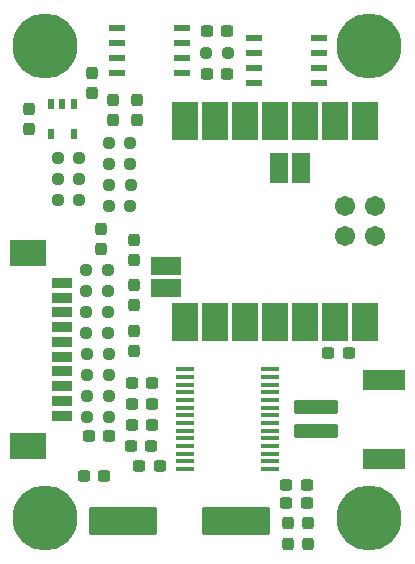
<source format=gbr>
%TF.GenerationSoftware,KiCad,Pcbnew,8.0.8*%
%TF.CreationDate,2025-04-15T16:19:57+05:30*%
%TF.ProjectId,STHDAQ_BX,53544844-4151-45f4-9258-2e6b69636164,rev?*%
%TF.SameCoordinates,Original*%
%TF.FileFunction,Soldermask,Top*%
%TF.FilePolarity,Negative*%
%FSLAX46Y46*%
G04 Gerber Fmt 4.6, Leading zero omitted, Abs format (unit mm)*
G04 Created by KiCad (PCBNEW 8.0.8) date 2025-04-15 16:19:57*
%MOMM*%
%LPD*%
G01*
G04 APERTURE LIST*
G04 Aperture macros list*
%AMRoundRect*
0 Rectangle with rounded corners*
0 $1 Rounding radius*
0 $2 $3 $4 $5 $6 $7 $8 $9 X,Y pos of 4 corners*
0 Add a 4 corners polygon primitive as box body*
4,1,4,$2,$3,$4,$5,$6,$7,$8,$9,$2,$3,0*
0 Add four circle primitives for the rounded corners*
1,1,$1+$1,$2,$3*
1,1,$1+$1,$4,$5*
1,1,$1+$1,$6,$7*
1,1,$1+$1,$8,$9*
0 Add four rect primitives between the rounded corners*
20,1,$1+$1,$2,$3,$4,$5,0*
20,1,$1+$1,$4,$5,$6,$7,0*
20,1,$1+$1,$6,$7,$8,$9,0*
20,1,$1+$1,$8,$9,$2,$3,0*%
G04 Aperture macros list end*
%ADD10R,0.508000X0.946899*%
%ADD11RoundRect,0.237500X0.237500X-0.300000X0.237500X0.300000X-0.237500X0.300000X-0.237500X-0.300000X0*%
%ADD12RoundRect,0.237500X-0.250000X-0.237500X0.250000X-0.237500X0.250000X0.237500X-0.250000X0.237500X0*%
%ADD13RoundRect,0.237500X0.250000X0.237500X-0.250000X0.237500X-0.250000X-0.237500X0.250000X-0.237500X0*%
%ADD14RoundRect,0.237500X-0.300000X-0.237500X0.300000X-0.237500X0.300000X0.237500X-0.300000X0.237500X0*%
%ADD15RoundRect,0.237500X-0.237500X0.300000X-0.237500X-0.300000X0.237500X-0.300000X0.237500X0.300000X0*%
%ADD16RoundRect,0.102000X2.800000X1.050000X-2.800000X1.050000X-2.800000X-1.050000X2.800000X-1.050000X0*%
%ADD17RoundRect,0.237500X0.300000X0.237500X-0.300000X0.237500X-0.300000X-0.237500X0.300000X-0.237500X0*%
%ADD18C,3.600000*%
%ADD19C,5.500000*%
%ADD20RoundRect,0.102000X-1.750000X0.500000X-1.750000X-0.500000X1.750000X-0.500000X1.750000X0.500000X0*%
%ADD21RoundRect,0.102000X-1.700000X0.750000X-1.700000X-0.750000X1.700000X-0.750000X1.700000X0.750000X0*%
%ADD22R,1.454899X0.558000*%
%ADD23R,1.701800X0.812800*%
%ADD24R,3.098800X2.209800*%
%ADD25RoundRect,0.033060X-1.068940X1.568940X-1.068940X-1.568940X1.068940X-1.568940X1.068940X1.568940X0*%
%ADD26RoundRect,0.030080X-0.721920X1.221920X-0.721920X-1.221920X0.721920X-1.221920X0.721920X1.221920X0*%
%ADD27RoundRect,0.030080X-1.221920X0.721920X-1.221920X-0.721920X1.221920X-0.721920X1.221920X0.721920X0*%
%ADD28C,1.704000*%
%ADD29R,1.639799X0.431000*%
G04 APERTURE END LIST*
D10*
%TO.C,U2*%
X176464001Y-89150449D03*
X175514000Y-89150449D03*
X174563999Y-89150449D03*
X174563999Y-91697551D03*
X176464001Y-91697551D03*
%TD*%
D11*
%TO.C,C15*%
X181610000Y-102362000D03*
X181610000Y-100637000D03*
%TD*%
D12*
%TO.C,R13*%
X179427500Y-92456000D03*
X181252500Y-92456000D03*
%TD*%
%TO.C,R8*%
X177631000Y-112104000D03*
X179456000Y-112104000D03*
%TD*%
D13*
%TO.C,R1*%
X189534000Y-84836000D03*
X187709000Y-84836000D03*
%TD*%
D14*
%TO.C,C9*%
X198019500Y-110236000D03*
X199744500Y-110236000D03*
%TD*%
D15*
%TO.C,C1*%
X172702000Y-89547500D03*
X172702000Y-91272500D03*
%TD*%
D16*
%TO.C,Y1*%
X190170000Y-124460000D03*
X180670000Y-124460000D03*
%TD*%
D11*
%TO.C,C7*%
X178054000Y-88238500D03*
X178054000Y-86513500D03*
%TD*%
D17*
%TO.C,C8*%
X183742500Y-119787500D03*
X182017500Y-119787500D03*
%TD*%
D13*
%TO.C,R16*%
X176934500Y-93726000D03*
X175109500Y-93726000D03*
%TD*%
D18*
%TO.C,H2*%
X174000000Y-84200000D03*
D19*
X174000000Y-84200000D03*
%TD*%
D20*
%TO.C,P1*%
X197023000Y-116824000D03*
X197023000Y-114824000D03*
D21*
X202773000Y-119174000D03*
X202773000Y-112474000D03*
%TD*%
D18*
%TO.C,H4*%
X201500000Y-124200000D03*
D19*
X201500000Y-124200000D03*
%TD*%
D18*
%TO.C,H1*%
X201500000Y-84200000D03*
D19*
X201500000Y-84200000D03*
%TD*%
D11*
%TO.C,C3*%
X181864000Y-90524500D03*
X181864000Y-88799500D03*
%TD*%
D22*
%TO.C,U3*%
X185601348Y-86551500D03*
X185601348Y-85281500D03*
X185601348Y-84011500D03*
X185601348Y-82741500D03*
X180158652Y-82741500D03*
X180158652Y-84011500D03*
X180158652Y-85281500D03*
X180158652Y-86551500D03*
%TD*%
D23*
%TO.C,J1*%
X175514000Y-104280000D03*
X175514000Y-105530000D03*
X175514000Y-106780000D03*
X175514000Y-108030000D03*
X175514000Y-109280000D03*
X175514000Y-110530000D03*
X175514000Y-111780000D03*
X175514000Y-113030000D03*
X175514000Y-114280000D03*
X175514000Y-115530000D03*
D24*
X172614001Y-118080000D03*
X172614001Y-101730000D03*
%TD*%
D17*
%TO.C,C23*%
X179486000Y-117274000D03*
X177761000Y-117274000D03*
%TD*%
D14*
%TO.C,C21*%
X181323000Y-118110000D03*
X183048000Y-118110000D03*
%TD*%
D12*
%TO.C,R7*%
X177631000Y-110282000D03*
X179456000Y-110282000D03*
%TD*%
D13*
%TO.C,R14*%
X176934500Y-97282000D03*
X175109500Y-97282000D03*
%TD*%
D11*
%TO.C,C10*%
X194596000Y-126370500D03*
X194596000Y-124645500D03*
%TD*%
%TO.C,C17*%
X181610000Y-110082500D03*
X181610000Y-108357500D03*
%TD*%
D18*
%TO.C,H3*%
X174000000Y-124200000D03*
D19*
X174000000Y-124200000D03*
%TD*%
D11*
%TO.C,C11*%
X196342000Y-126370500D03*
X196342000Y-124645500D03*
%TD*%
D12*
%TO.C,R9*%
X177631000Y-113882000D03*
X179456000Y-113882000D03*
%TD*%
D14*
%TO.C,C20*%
X181409000Y-116332000D03*
X183134000Y-116332000D03*
%TD*%
D25*
%TO.C,U5*%
X201168000Y-90560000D03*
X198628000Y-90560000D03*
X196088000Y-90560000D03*
X193548000Y-90560000D03*
X196088000Y-107560000D03*
X191008000Y-90560000D03*
X188468000Y-90560000D03*
X185928000Y-90560000D03*
X185928000Y-107560000D03*
X188468000Y-107560000D03*
X191008000Y-107560000D03*
X193548000Y-107560000D03*
D26*
X195748000Y-94560000D03*
X193848000Y-94560000D03*
D25*
X198628000Y-107560000D03*
D27*
X184298000Y-102860000D03*
X184298000Y-104760000D03*
D28*
X199398000Y-100330000D03*
X199398000Y-97790000D03*
X201938000Y-100330000D03*
X201938000Y-97790000D03*
D25*
X201168000Y-107560000D03*
%TD*%
D12*
%TO.C,R2*%
X179447500Y-97790000D03*
X181272500Y-97790000D03*
%TD*%
D13*
%TO.C,R15*%
X176934500Y-95504000D03*
X175109500Y-95504000D03*
%TD*%
D14*
%TO.C,C6*%
X177345000Y-120650000D03*
X179070000Y-120650000D03*
%TD*%
D12*
%TO.C,R3*%
X177549000Y-103214000D03*
X179374000Y-103214000D03*
%TD*%
D11*
%TO.C,C16*%
X181610000Y-106172000D03*
X181610000Y-104447000D03*
%TD*%
D17*
%TO.C,C13*%
X196188500Y-122936000D03*
X194463500Y-122936000D03*
%TD*%
D12*
%TO.C,R4*%
X177549000Y-104992000D03*
X179374000Y-104992000D03*
%TD*%
D14*
%TO.C,C18*%
X181409000Y-112776000D03*
X183134000Y-112776000D03*
%TD*%
D12*
%TO.C,R6*%
X177549000Y-108548000D03*
X179374000Y-108548000D03*
%TD*%
%TO.C,R11*%
X179467500Y-96012000D03*
X181292500Y-96012000D03*
%TD*%
%TO.C,R5*%
X177549000Y-106770000D03*
X179374000Y-106770000D03*
%TD*%
D11*
%TO.C,C14*%
X178816000Y-101446500D03*
X178816000Y-99721500D03*
%TD*%
D22*
%TO.C,U4*%
X197212696Y-87336000D03*
X197212696Y-86066000D03*
X197212696Y-84796000D03*
X197212696Y-83526000D03*
X191770000Y-83526000D03*
X191770000Y-84796000D03*
X191770000Y-86066000D03*
X191770000Y-87336000D03*
%TD*%
D17*
%TO.C,C5*%
X189484000Y-86614000D03*
X187759000Y-86614000D03*
%TD*%
%TO.C,C12*%
X196188500Y-121412000D03*
X194463500Y-121412000D03*
%TD*%
D12*
%TO.C,R12*%
X179427500Y-94234000D03*
X181252500Y-94234000D03*
%TD*%
D29*
%TO.C,U1*%
X185851800Y-111599000D03*
X185851800Y-112249001D03*
X185851800Y-112899000D03*
X185851800Y-113549001D03*
X185851800Y-114198999D03*
X185851800Y-114849001D03*
X185851800Y-115498999D03*
X185851800Y-116148998D03*
X185851800Y-116798999D03*
X185851800Y-117448998D03*
X185851800Y-118098999D03*
X185851800Y-118748998D03*
X185851800Y-119398999D03*
X185851800Y-120048998D03*
X193116200Y-120049000D03*
X193116200Y-119398999D03*
X193116200Y-118749000D03*
X193116200Y-118098999D03*
X193116200Y-117449001D03*
X193116200Y-116798999D03*
X193116200Y-116149001D03*
X193116200Y-115498999D03*
X193116200Y-114849001D03*
X193116200Y-114198999D03*
X193116200Y-113549001D03*
X193116200Y-112899000D03*
X193116200Y-112249001D03*
X193116200Y-111599000D03*
%TD*%
D15*
%TO.C,C2*%
X179814000Y-88785500D03*
X179814000Y-90510500D03*
%TD*%
D12*
%TO.C,R10*%
X177631000Y-115660000D03*
X179456000Y-115660000D03*
%TD*%
D14*
%TO.C,C4*%
X187759000Y-82998000D03*
X189484000Y-82998000D03*
%TD*%
%TO.C,C19*%
X181409000Y-114554000D03*
X183134000Y-114554000D03*
%TD*%
M02*

</source>
